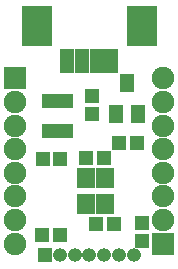
<source format=gbs>
G04 #@! TF.FileFunction,Soldermask,Bot*
%FSLAX46Y46*%
G04 Gerber Fmt 4.6, Leading zero omitted, Abs format (unit mm)*
G04 Created by KiCad (PCBNEW 4.0.1-stable) date 2016 March 10, Thursday 23:14:04*
%MOMM*%
G01*
G04 APERTURE LIST*
%ADD10C,0.100000*%
%ADD11R,1.200000X2.000000*%
%ADD12R,2.500000X3.400000*%
%ADD13R,1.150000X1.200000*%
%ADD14R,1.200000X1.150000*%
%ADD15R,1.200000X1.200000*%
%ADD16O,1.200000X1.200000*%
%ADD17R,1.200000X1.600000*%
%ADD18R,0.750000X1.300000*%
%ADD19R,1.550000X1.800000*%
%ADD20C,1.900000*%
%ADD21R,1.900000X1.900000*%
G04 APERTURE END LIST*
D10*
D11*
X93125000Y-44999800D03*
X94375000Y-44999800D03*
X95625000Y-44999800D03*
X96875000Y-44999800D03*
D12*
X90575000Y-42099800D03*
X99425000Y-42099800D03*
D13*
X99500000Y-60250000D03*
X99500000Y-58750000D03*
D14*
X92500000Y-59800000D03*
X91000000Y-59800000D03*
X96250000Y-53250000D03*
X94750000Y-53250000D03*
X95550000Y-58800000D03*
X97050000Y-58800000D03*
X91050000Y-53300000D03*
X92550000Y-53300000D03*
D13*
X95250000Y-48000000D03*
X95250000Y-49500000D03*
D14*
X97500000Y-52000000D03*
X99000000Y-52000000D03*
D15*
X91250000Y-61500000D03*
D16*
X92500000Y-61500000D03*
X93750000Y-61500000D03*
X95000000Y-61500000D03*
X96250000Y-61500000D03*
X97500000Y-61500000D03*
X98750000Y-61500000D03*
D17*
X98200000Y-46900000D03*
X97250000Y-49500000D03*
X99150000Y-49500000D03*
D18*
X93300000Y-48400000D03*
X92650000Y-48400000D03*
X92000000Y-48400000D03*
X91350000Y-48400000D03*
X91350000Y-51000000D03*
X92000000Y-51000000D03*
X92650000Y-51000000D03*
X93300000Y-51000000D03*
D19*
X94700000Y-54900000D03*
X94700000Y-57100000D03*
X96300000Y-57100000D03*
X96300000Y-54900000D03*
D20*
X88750000Y-60500000D03*
X88750000Y-58500000D03*
X88750000Y-56500000D03*
X88750000Y-54500000D03*
X88750000Y-52500000D03*
X88750000Y-50500000D03*
D21*
X88750000Y-46500000D03*
D20*
X88750000Y-48500000D03*
X101250000Y-46500000D03*
X101250000Y-48500000D03*
X101250000Y-50500000D03*
X101250000Y-52500000D03*
X101250000Y-54500000D03*
X101250000Y-56500000D03*
D21*
X101250000Y-60500000D03*
D20*
X101250000Y-58500000D03*
M02*

</source>
